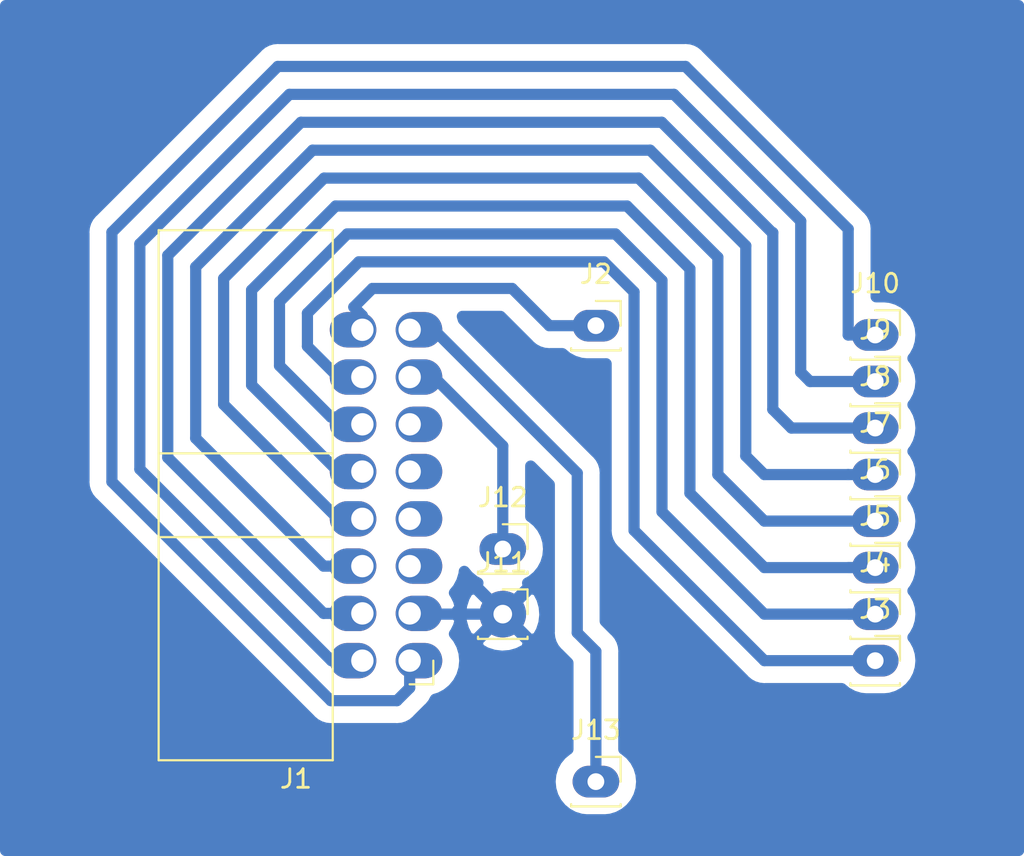
<source format=kicad_pcb>
(kicad_pcb (version 20171130) (host pcbnew "(5.1.2)-2")

  (general
    (thickness 1.6)
    (drawings 0)
    (tracks 98)
    (zones 0)
    (modules 13)
    (nets 17)
  )

  (page A4)
  (layers
    (0 F.Cu signal)
    (31 B.Cu signal)
    (32 B.Adhes user)
    (33 F.Adhes user)
    (34 B.Paste user)
    (35 F.Paste user)
    (36 B.SilkS user)
    (37 F.SilkS user)
    (38 B.Mask user)
    (39 F.Mask user)
    (40 Dwgs.User user)
    (41 Cmts.User user)
    (42 Eco1.User user)
    (43 Eco2.User user)
    (44 Edge.Cuts user)
    (45 Margin user)
    (46 B.CrtYd user)
    (47 F.CrtYd user)
    (48 B.Fab user)
    (49 F.Fab user)
  )

  (setup
    (last_trace_width 0.25)
    (trace_clearance 0.2)
    (zone_clearance 0.508)
    (zone_45_only no)
    (trace_min 0.2)
    (via_size 0.8)
    (via_drill 0.4)
    (via_min_size 0.4)
    (via_min_drill 0.3)
    (uvia_size 0.3)
    (uvia_drill 0.1)
    (uvias_allowed no)
    (uvia_min_size 0.2)
    (uvia_min_drill 0.1)
    (edge_width 0.1)
    (segment_width 0.2)
    (pcb_text_width 0.3)
    (pcb_text_size 1.5 1.5)
    (mod_edge_width 0.15)
    (mod_text_size 1 1)
    (mod_text_width 0.15)
    (pad_size 2.5 1.7)
    (pad_drill 0.9)
    (pad_to_mask_clearance 0)
    (aux_axis_origin 0 0)
    (visible_elements FFFFFF7F)
    (pcbplotparams
      (layerselection 0x010fc_ffffffff)
      (usegerberextensions false)
      (usegerberattributes false)
      (usegerberadvancedattributes false)
      (creategerberjobfile false)
      (excludeedgelayer true)
      (linewidth 0.100000)
      (plotframeref false)
      (viasonmask false)
      (mode 1)
      (useauxorigin false)
      (hpglpennumber 1)
      (hpglpenspeed 20)
      (hpglpendiameter 15.000000)
      (psnegative false)
      (psa4output false)
      (plotreference true)
      (plotvalue true)
      (plotinvisibletext false)
      (padsonsilk false)
      (subtractmaskfromsilk false)
      (outputformat 1)
      (mirror false)
      (drillshape 1)
      (scaleselection 1)
      (outputdirectory ""))
  )

  (net 0 "")
  (net 1 Sensor8)
  (net 2 Sensor7)
  (net 3 GND)
  (net 4 Sensor6)
  (net 5 "Net-(J1-Pad5)")
  (net 6 Sensor5)
  (net 7 "Net-(J1-Pad7)")
  (net 8 Sensor4)
  (net 9 "Net-(J1-Pad9)")
  (net 10 Sensor3)
  (net 11 "Net-(J1-Pad11)")
  (net 12 Sensor2)
  (net 13 VccSensores)
  (net 14 Sensor1)
  (net 15 SensorDir)
  (net 16 SensorEsq)

  (net_class Default "Esta é a classe de rede padrão."
    (clearance 0.2)
    (trace_width 0.25)
    (via_dia 0.8)
    (via_drill 0.4)
    (uvia_dia 0.3)
    (uvia_drill 0.1)
  )

  (net_class UV ""
    (clearance 0.9)
    (trace_width 0.6)
    (via_dia 1.5)
    (via_drill 0.9)
    (uvia_dia 0.3)
    (uvia_drill 0.1)
    (add_net GND)
    (add_net "Net-(J1-Pad11)")
    (add_net "Net-(J1-Pad5)")
    (add_net "Net-(J1-Pad7)")
    (add_net "Net-(J1-Pad9)")
    (add_net Sensor1)
    (add_net Sensor2)
    (add_net Sensor3)
    (add_net Sensor4)
    (add_net Sensor5)
    (add_net Sensor6)
    (add_net Sensor7)
    (add_net Sensor8)
    (add_net SensorDir)
    (add_net SensorEsq)
    (add_net VccSensores)
  )

  (module Connector_IDC:IDC-Header_2x08_P2.54mm_Horizontal (layer F.Cu) (tedit 5D67E875) (tstamp 5D684120)
    (at 45 48.5 180)
    (descr "Through hole angled IDC box header, 2x08, 2.54mm pitch, double rows")
    (tags "Through hole IDC box header THT 2x08 2.54mm double row")
    (path /5D67E687)
    (fp_text reference J1 (at 6.105 -6.35) (layer F.SilkS)
      (effects (font (size 1 1) (thickness 0.15)))
    )
    (fp_text value Conn_02x08_Odd_Even (at 6.105 24.384) (layer F.Fab)
      (effects (font (size 1 1) (thickness 0.15)))
    )
    (fp_text user %R (at 8.805 8.89 90) (layer F.Fab)
      (effects (font (size 1 1) (thickness 0.15)))
    )
    (fp_line (start -0.32 -0.32) (end -0.32 0.32) (layer F.Fab) (width 0.1))
    (fp_line (start -0.32 0.32) (end 4.38 0.32) (layer F.Fab) (width 0.1))
    (fp_line (start -0.32 10.48) (end 4.38 10.48) (layer F.Fab) (width 0.1))
    (fp_line (start -0.32 12.38) (end -0.32 13.02) (layer F.Fab) (width 0.1))
    (fp_line (start -0.32 13.02) (end 4.38 13.02) (layer F.Fab) (width 0.1))
    (fp_line (start -0.32 14.92) (end -0.32 15.56) (layer F.Fab) (width 0.1))
    (fp_line (start -0.32 15.56) (end 4.38 15.56) (layer F.Fab) (width 0.1))
    (fp_line (start -0.32 17.46) (end -0.32 18.1) (layer F.Fab) (width 0.1))
    (fp_line (start -0.32 18.1) (end 4.38 18.1) (layer F.Fab) (width 0.1))
    (fp_line (start -0.32 2.22) (end -0.32 2.86) (layer F.Fab) (width 0.1))
    (fp_line (start -0.32 2.86) (end 4.38 2.86) (layer F.Fab) (width 0.1))
    (fp_line (start -0.32 4.76) (end -0.32 5.4) (layer F.Fab) (width 0.1))
    (fp_line (start -0.32 5.4) (end 4.38 5.4) (layer F.Fab) (width 0.1))
    (fp_line (start -0.32 7.3) (end -0.32 7.94) (layer F.Fab) (width 0.1))
    (fp_line (start -0.32 7.94) (end 4.38 7.94) (layer F.Fab) (width 0.1))
    (fp_line (start -0.32 9.84) (end -0.32 10.48) (layer F.Fab) (width 0.1))
    (fp_line (start 13.23 22.88) (end 13.23 -5.1) (layer F.Fab) (width 0.1))
    (fp_line (start 4.38 -0.32) (end -0.32 -0.32) (layer F.Fab) (width 0.1))
    (fp_line (start 4.38 -4.1) (end 5.38 -5.1) (layer F.Fab) (width 0.1))
    (fp_line (start 4.38 11.14) (end 13.23 11.14) (layer F.Fab) (width 0.1))
    (fp_line (start 4.38 12.38) (end -0.32 12.38) (layer F.Fab) (width 0.1))
    (fp_line (start 4.38 14.92) (end -0.32 14.92) (layer F.Fab) (width 0.1))
    (fp_line (start 4.38 17.46) (end -0.32 17.46) (layer F.Fab) (width 0.1))
    (fp_line (start 4.38 2.22) (end -0.32 2.22) (layer F.Fab) (width 0.1))
    (fp_line (start 4.38 22.88) (end 13.23 22.88) (layer F.Fab) (width 0.1))
    (fp_line (start 4.38 22.88) (end 4.38 -4.1) (layer F.Fab) (width 0.1))
    (fp_line (start 4.38 4.76) (end -0.32 4.76) (layer F.Fab) (width 0.1))
    (fp_line (start 4.38 6.64) (end 13.23 6.64) (layer F.Fab) (width 0.1))
    (fp_line (start 4.38 7.3) (end -0.32 7.3) (layer F.Fab) (width 0.1))
    (fp_line (start 4.38 9.84) (end -0.32 9.84) (layer F.Fab) (width 0.1))
    (fp_line (start 5.38 -5.1) (end 13.23 -5.1) (layer F.Fab) (width 0.1))
    (fp_line (start -1.27 -1.27) (end -1.27 0) (layer F.SilkS) (width 0.12))
    (fp_line (start 0 -1.27) (end -1.27 -1.27) (layer F.SilkS) (width 0.12))
    (fp_line (start 13.48 -5.35) (end 13.48 23.13) (layer F.SilkS) (width 0.12))
    (fp_line (start 4.13 -5.35) (end 13.48 -5.35) (layer F.SilkS) (width 0.12))
    (fp_line (start 4.13 11.14) (end 13.48 11.14) (layer F.SilkS) (width 0.12))
    (fp_line (start 4.13 23.13) (end 13.48 23.13) (layer F.SilkS) (width 0.12))
    (fp_line (start 4.13 23.13) (end 4.13 -5.35) (layer F.SilkS) (width 0.12))
    (fp_line (start 4.13 6.64) (end 13.48 6.64) (layer F.SilkS) (width 0.12))
    (fp_line (start -1.12 -5.35) (end 13.48 -5.35) (layer F.CrtYd) (width 0.05))
    (fp_line (start -1.12 23.13) (end -1.12 -5.35) (layer F.CrtYd) (width 0.05))
    (fp_line (start 13.48 -5.35) (end 13.48 23.13) (layer F.CrtYd) (width 0.05))
    (fp_line (start 13.48 23.13) (end -1.12 23.13) (layer F.CrtYd) (width 0.05))
    (pad 1 thru_hole oval (at 0 0 180) (size 2.5 1.9) (drill 1.2 (offset -0.5 0)) (layers *.Cu *.Mask)
      (net 1 Sensor8))
    (pad 2 thru_hole oval (at 2.54 0 180) (size 2.5 1.9) (drill 1.2 (offset 0.5 0)) (layers *.Cu *.Mask)
      (net 2 Sensor7))
    (pad 3 thru_hole oval (at 0 2.54 180) (size 2.5 1.9) (drill 1.2 (offset -0.5 0)) (layers *.Cu *.Mask)
      (net 3 GND))
    (pad 4 thru_hole oval (at 2.54 2.54 180) (size 2.5 1.9) (drill 1.2 (offset 0.5 0)) (layers *.Cu *.Mask)
      (net 4 Sensor6))
    (pad 5 thru_hole oval (at 0 5.08 180) (size 2.5 1.9) (drill 1.2 (offset -0.5 0)) (layers *.Cu *.Mask)
      (net 5 "Net-(J1-Pad5)"))
    (pad 6 thru_hole oval (at 2.54 5.08 180) (size 2.5 1.9) (drill 1.2 (offset 0.5 0)) (layers *.Cu *.Mask)
      (net 6 Sensor5))
    (pad 7 thru_hole oval (at 0 7.62 180) (size 2.5 1.9) (drill 1.2 (offset -0.5 0)) (layers *.Cu *.Mask)
      (net 7 "Net-(J1-Pad7)"))
    (pad 8 thru_hole oval (at 2.54 7.62 180) (size 2.5 1.9) (drill 1.2 (offset 0.5 0)) (layers *.Cu *.Mask)
      (net 8 Sensor4))
    (pad 9 thru_hole oval (at 0 10.16 180) (size 2.5 1.9) (drill 1.2 (offset -0.5 0)) (layers *.Cu *.Mask)
      (net 9 "Net-(J1-Pad9)"))
    (pad 10 thru_hole oval (at 2.54 10.16 180) (size 2.5 1.9) (drill 1.2 (offset 0.5 0)) (layers *.Cu *.Mask)
      (net 10 Sensor3))
    (pad 11 thru_hole oval (at 0 12.7 180) (size 2.5 1.9) (drill 1.2 (offset -0.5 0)) (layers *.Cu *.Mask)
      (net 11 "Net-(J1-Pad11)"))
    (pad 12 thru_hole oval (at 2.54 12.7 180) (size 2.5 1.9) (drill 1.2 (offset 0.5 0)) (layers *.Cu *.Mask)
      (net 12 Sensor2))
    (pad 13 thru_hole oval (at 0 15.24 180) (size 2.5 1.9) (drill 1.2 (offset -0.5 0)) (layers *.Cu *.Mask)
      (net 13 VccSensores))
    (pad 14 thru_hole oval (at 2.54 15.24 180) (size 2.5 1.9) (drill 1.2 (offset 0.5 0)) (layers *.Cu *.Mask)
      (net 14 Sensor1))
    (pad 15 thru_hole oval (at 0 17.78 180) (size 2.5 1.9) (drill 1.2 (offset -0.5 0)) (layers *.Cu *.Mask)
      (net 15 SensorDir))
    (pad 16 thru_hole oval (at 2.54 17.78 180) (size 2.5 1.9) (drill 1.2 (offset 0.5 0)) (layers *.Cu *.Mask)
      (net 16 SensorEsq))
    (model ${KISYS3DMOD}/Connector_IDC.3dshapes/IDC-Header_2x08_P2.54mm_Horizontal.wrl
      (at (xyz 0 0 0))
      (scale (xyz 1 1 1))
      (rotate (xyz 0 0 0))
    )
  )

  (module Connector_PinSocket_2.54mm:PinSocket_1x01_P2.54mm_Vertical (layer F.Cu) (tedit 5A19A434) (tstamp 5D684134)
    (at 55 30.5)
    (descr "Through hole straight socket strip, 1x01, 2.54mm pitch, single row (from Kicad 4.0.7), script generated")
    (tags "Through hole socket strip THT 1x01 2.54mm single row")
    (path /5D682220)
    (fp_text reference J2 (at 0 -2.77) (layer F.SilkS)
      (effects (font (size 1 1) (thickness 0.15)))
    )
    (fp_text value Conn_01x01_Female (at 0 2.77) (layer F.Fab)
      (effects (font (size 1 1) (thickness 0.15)))
    )
    (fp_line (start -1.27 -1.27) (end 0.635 -1.27) (layer F.Fab) (width 0.1))
    (fp_line (start 0.635 -1.27) (end 1.27 -0.635) (layer F.Fab) (width 0.1))
    (fp_line (start 1.27 -0.635) (end 1.27 1.27) (layer F.Fab) (width 0.1))
    (fp_line (start 1.27 1.27) (end -1.27 1.27) (layer F.Fab) (width 0.1))
    (fp_line (start -1.27 1.27) (end -1.27 -1.27) (layer F.Fab) (width 0.1))
    (fp_line (start -1.33 1.33) (end 1.33 1.33) (layer F.SilkS) (width 0.12))
    (fp_line (start -1.33 1.21) (end -1.33 1.33) (layer F.SilkS) (width 0.12))
    (fp_line (start 1.33 1.21) (end 1.33 1.33) (layer F.SilkS) (width 0.12))
    (fp_line (start 1.33 -1.33) (end 1.33 0) (layer F.SilkS) (width 0.12))
    (fp_line (start 0 -1.33) (end 1.33 -1.33) (layer F.SilkS) (width 0.12))
    (fp_line (start -1.8 -1.8) (end 1.75 -1.8) (layer F.CrtYd) (width 0.05))
    (fp_line (start 1.75 -1.8) (end 1.75 1.75) (layer F.CrtYd) (width 0.05))
    (fp_line (start 1.75 1.75) (end -1.8 1.75) (layer F.CrtYd) (width 0.05))
    (fp_line (start -1.8 1.75) (end -1.8 -1.8) (layer F.CrtYd) (width 0.05))
    (fp_text user %R (at 0 0) (layer F.Fab)
      (effects (font (size 1 1) (thickness 0.15)))
    )
    (pad 1 thru_hole oval (at 0 0) (size 2.5 1.7) (drill 0.9) (layers *.Cu *.Mask)
      (net 16 SensorEsq))
    (model ${KISYS3DMOD}/Connector_PinSocket_2.54mm.3dshapes/PinSocket_1x01_P2.54mm_Vertical.wrl
      (at (xyz 0 0 0))
      (scale (xyz 1 1 1))
      (rotate (xyz 0 0 0))
    )
  )

  (module Connector_PinSocket_2.54mm:PinSocket_1x01_P2.54mm_Vertical (layer F.Cu) (tedit 5A19A434) (tstamp 5D684A3C)
    (at 70 48.5)
    (descr "Through hole straight socket strip, 1x01, 2.54mm pitch, single row (from Kicad 4.0.7), script generated")
    (tags "Through hole socket strip THT 1x01 2.54mm single row")
    (path /5D68355F)
    (fp_text reference J3 (at 0 -2.77) (layer F.SilkS)
      (effects (font (size 1 1) (thickness 0.15)))
    )
    (fp_text value Conn_01x01_Female (at 0 2.77) (layer F.Fab)
      (effects (font (size 1 1) (thickness 0.15)))
    )
    (fp_text user %R (at 0 0) (layer F.Fab)
      (effects (font (size 1 1) (thickness 0.15)))
    )
    (fp_line (start -1.8 1.75) (end -1.8 -1.8) (layer F.CrtYd) (width 0.05))
    (fp_line (start 1.75 1.75) (end -1.8 1.75) (layer F.CrtYd) (width 0.05))
    (fp_line (start 1.75 -1.8) (end 1.75 1.75) (layer F.CrtYd) (width 0.05))
    (fp_line (start -1.8 -1.8) (end 1.75 -1.8) (layer F.CrtYd) (width 0.05))
    (fp_line (start 0 -1.33) (end 1.33 -1.33) (layer F.SilkS) (width 0.12))
    (fp_line (start 1.33 -1.33) (end 1.33 0) (layer F.SilkS) (width 0.12))
    (fp_line (start 1.33 1.21) (end 1.33 1.33) (layer F.SilkS) (width 0.12))
    (fp_line (start -1.33 1.21) (end -1.33 1.33) (layer F.SilkS) (width 0.12))
    (fp_line (start -1.33 1.33) (end 1.33 1.33) (layer F.SilkS) (width 0.12))
    (fp_line (start -1.27 1.27) (end -1.27 -1.27) (layer F.Fab) (width 0.1))
    (fp_line (start 1.27 1.27) (end -1.27 1.27) (layer F.Fab) (width 0.1))
    (fp_line (start 1.27 -0.635) (end 1.27 1.27) (layer F.Fab) (width 0.1))
    (fp_line (start 0.635 -1.27) (end 1.27 -0.635) (layer F.Fab) (width 0.1))
    (fp_line (start -1.27 -1.27) (end 0.635 -1.27) (layer F.Fab) (width 0.1))
    (pad 1 thru_hole oval (at 0 0) (size 2.5 1.7) (drill 0.9) (layers *.Cu *.Mask)
      (net 14 Sensor1))
    (model ${KISYS3DMOD}/Connector_PinSocket_2.54mm.3dshapes/PinSocket_1x01_P2.54mm_Vertical.wrl
      (at (xyz 0 0 0))
      (scale (xyz 1 1 1))
      (rotate (xyz 0 0 0))
    )
  )

  (module Connector_PinSocket_2.54mm:PinSocket_1x01_P2.54mm_Vertical (layer F.Cu) (tedit 5A19A434) (tstamp 5D68415C)
    (at 70 46)
    (descr "Through hole straight socket strip, 1x01, 2.54mm pitch, single row (from Kicad 4.0.7), script generated")
    (tags "Through hole socket strip THT 1x01 2.54mm single row")
    (path /5D684C05)
    (fp_text reference J4 (at 0 -2.77) (layer F.SilkS)
      (effects (font (size 1 1) (thickness 0.15)))
    )
    (fp_text value Conn_01x01_Female (at 0 2.77) (layer F.Fab)
      (effects (font (size 1 1) (thickness 0.15)))
    )
    (fp_line (start -1.27 -1.27) (end 0.635 -1.27) (layer F.Fab) (width 0.1))
    (fp_line (start 0.635 -1.27) (end 1.27 -0.635) (layer F.Fab) (width 0.1))
    (fp_line (start 1.27 -0.635) (end 1.27 1.27) (layer F.Fab) (width 0.1))
    (fp_line (start 1.27 1.27) (end -1.27 1.27) (layer F.Fab) (width 0.1))
    (fp_line (start -1.27 1.27) (end -1.27 -1.27) (layer F.Fab) (width 0.1))
    (fp_line (start -1.33 1.33) (end 1.33 1.33) (layer F.SilkS) (width 0.12))
    (fp_line (start -1.33 1.21) (end -1.33 1.33) (layer F.SilkS) (width 0.12))
    (fp_line (start 1.33 1.21) (end 1.33 1.33) (layer F.SilkS) (width 0.12))
    (fp_line (start 1.33 -1.33) (end 1.33 0) (layer F.SilkS) (width 0.12))
    (fp_line (start 0 -1.33) (end 1.33 -1.33) (layer F.SilkS) (width 0.12))
    (fp_line (start -1.8 -1.8) (end 1.75 -1.8) (layer F.CrtYd) (width 0.05))
    (fp_line (start 1.75 -1.8) (end 1.75 1.75) (layer F.CrtYd) (width 0.05))
    (fp_line (start 1.75 1.75) (end -1.8 1.75) (layer F.CrtYd) (width 0.05))
    (fp_line (start -1.8 1.75) (end -1.8 -1.8) (layer F.CrtYd) (width 0.05))
    (fp_text user %R (at 0 0) (layer F.Fab)
      (effects (font (size 1 1) (thickness 0.15)))
    )
    (pad 1 thru_hole oval (at 0 0) (size 2.5 1.7) (drill 0.9) (layers *.Cu *.Mask)
      (net 12 Sensor2))
    (model ${KISYS3DMOD}/Connector_PinSocket_2.54mm.3dshapes/PinSocket_1x01_P2.54mm_Vertical.wrl
      (at (xyz 0 0 0))
      (scale (xyz 1 1 1))
      (rotate (xyz 0 0 0))
    )
  )

  (module Connector_PinSocket_2.54mm:PinSocket_1x01_P2.54mm_Vertical (layer F.Cu) (tedit 5D67EAD4) (tstamp 5D684170)
    (at 70 43.5)
    (descr "Through hole straight socket strip, 1x01, 2.54mm pitch, single row (from Kicad 4.0.7), script generated")
    (tags "Through hole socket strip THT 1x01 2.54mm single row")
    (path /5D684C0B)
    (fp_text reference J5 (at 0 -2.77) (layer F.SilkS)
      (effects (font (size 1 1) (thickness 0.15)))
    )
    (fp_text value Conn_01x01_Female (at 0 2.77) (layer F.Fab)
      (effects (font (size 1 1) (thickness 0.15)))
    )
    (fp_text user %R (at 0 0) (layer F.Fab)
      (effects (font (size 1 1) (thickness 0.15)))
    )
    (fp_line (start -1.8 1.75) (end -1.8 -1.8) (layer F.CrtYd) (width 0.05))
    (fp_line (start 1.75 1.75) (end -1.8 1.75) (layer F.CrtYd) (width 0.05))
    (fp_line (start 1.75 -1.8) (end 1.75 1.75) (layer F.CrtYd) (width 0.05))
    (fp_line (start -1.8 -1.8) (end 1.75 -1.8) (layer F.CrtYd) (width 0.05))
    (fp_line (start 0 -1.33) (end 1.33 -1.33) (layer F.SilkS) (width 0.12))
    (fp_line (start 1.33 -1.33) (end 1.33 0) (layer F.SilkS) (width 0.12))
    (fp_line (start 1.33 1.21) (end 1.33 1.33) (layer F.SilkS) (width 0.12))
    (fp_line (start -1.33 1.21) (end -1.33 1.33) (layer F.SilkS) (width 0.12))
    (fp_line (start -1.33 1.33) (end 1.33 1.33) (layer F.SilkS) (width 0.12))
    (fp_line (start -1.27 1.27) (end -1.27 -1.27) (layer F.Fab) (width 0.1))
    (fp_line (start 1.27 1.27) (end -1.27 1.27) (layer F.Fab) (width 0.1))
    (fp_line (start 1.27 -0.635) (end 1.27 1.27) (layer F.Fab) (width 0.1))
    (fp_line (start 0.635 -1.27) (end 1.27 -0.635) (layer F.Fab) (width 0.1))
    (fp_line (start -1.27 -1.27) (end 0.635 -1.27) (layer F.Fab) (width 0.1))
    (pad 1 thru_hole oval (at 0 0) (size 2.5 1.7) (drill 0.9) (layers *.Cu *.Mask)
      (net 10 Sensor3))
    (model ${KISYS3DMOD}/Connector_PinSocket_2.54mm.3dshapes/PinSocket_1x01_P2.54mm_Vertical.wrl
      (at (xyz 0 0 0))
      (scale (xyz 1 1 1))
      (rotate (xyz 0 0 0))
    )
  )

  (module Connector_PinSocket_2.54mm:PinSocket_1x01_P2.54mm_Vertical (layer F.Cu) (tedit 5A19A434) (tstamp 5D684184)
    (at 70 41)
    (descr "Through hole straight socket strip, 1x01, 2.54mm pitch, single row (from Kicad 4.0.7), script generated")
    (tags "Through hole socket strip THT 1x01 2.54mm single row")
    (path /5D685D66)
    (fp_text reference J6 (at 0 -2.77) (layer F.SilkS)
      (effects (font (size 1 1) (thickness 0.15)))
    )
    (fp_text value Conn_01x01_Female (at 0 2.77) (layer F.Fab)
      (effects (font (size 1 1) (thickness 0.15)))
    )
    (fp_line (start -1.27 -1.27) (end 0.635 -1.27) (layer F.Fab) (width 0.1))
    (fp_line (start 0.635 -1.27) (end 1.27 -0.635) (layer F.Fab) (width 0.1))
    (fp_line (start 1.27 -0.635) (end 1.27 1.27) (layer F.Fab) (width 0.1))
    (fp_line (start 1.27 1.27) (end -1.27 1.27) (layer F.Fab) (width 0.1))
    (fp_line (start -1.27 1.27) (end -1.27 -1.27) (layer F.Fab) (width 0.1))
    (fp_line (start -1.33 1.33) (end 1.33 1.33) (layer F.SilkS) (width 0.12))
    (fp_line (start -1.33 1.21) (end -1.33 1.33) (layer F.SilkS) (width 0.12))
    (fp_line (start 1.33 1.21) (end 1.33 1.33) (layer F.SilkS) (width 0.12))
    (fp_line (start 1.33 -1.33) (end 1.33 0) (layer F.SilkS) (width 0.12))
    (fp_line (start 0 -1.33) (end 1.33 -1.33) (layer F.SilkS) (width 0.12))
    (fp_line (start -1.8 -1.8) (end 1.75 -1.8) (layer F.CrtYd) (width 0.05))
    (fp_line (start 1.75 -1.8) (end 1.75 1.75) (layer F.CrtYd) (width 0.05))
    (fp_line (start 1.75 1.75) (end -1.8 1.75) (layer F.CrtYd) (width 0.05))
    (fp_line (start -1.8 1.75) (end -1.8 -1.8) (layer F.CrtYd) (width 0.05))
    (fp_text user %R (at 0 0) (layer F.Fab)
      (effects (font (size 1 1) (thickness 0.15)))
    )
    (pad 1 thru_hole oval (at 0 0) (size 2.5 1.7) (drill 0.9) (layers *.Cu *.Mask)
      (net 8 Sensor4))
    (model ${KISYS3DMOD}/Connector_PinSocket_2.54mm.3dshapes/PinSocket_1x01_P2.54mm_Vertical.wrl
      (at (xyz 0 0 0))
      (scale (xyz 1 1 1))
      (rotate (xyz 0 0 0))
    )
  )

  (module Connector_PinSocket_2.54mm:PinSocket_1x01_P2.54mm_Vertical (layer F.Cu) (tedit 5A19A434) (tstamp 5D684198)
    (at 70 38.5)
    (descr "Through hole straight socket strip, 1x01, 2.54mm pitch, single row (from Kicad 4.0.7), script generated")
    (tags "Through hole socket strip THT 1x01 2.54mm single row")
    (path /5D685D6C)
    (fp_text reference J7 (at 0 -2.77) (layer F.SilkS)
      (effects (font (size 1 1) (thickness 0.15)))
    )
    (fp_text value Conn_01x01_Female (at 0 2.77) (layer F.Fab)
      (effects (font (size 1 1) (thickness 0.15)))
    )
    (fp_text user %R (at 0 0) (layer F.Fab)
      (effects (font (size 1 1) (thickness 0.15)))
    )
    (fp_line (start -1.8 1.75) (end -1.8 -1.8) (layer F.CrtYd) (width 0.05))
    (fp_line (start 1.75 1.75) (end -1.8 1.75) (layer F.CrtYd) (width 0.05))
    (fp_line (start 1.75 -1.8) (end 1.75 1.75) (layer F.CrtYd) (width 0.05))
    (fp_line (start -1.8 -1.8) (end 1.75 -1.8) (layer F.CrtYd) (width 0.05))
    (fp_line (start 0 -1.33) (end 1.33 -1.33) (layer F.SilkS) (width 0.12))
    (fp_line (start 1.33 -1.33) (end 1.33 0) (layer F.SilkS) (width 0.12))
    (fp_line (start 1.33 1.21) (end 1.33 1.33) (layer F.SilkS) (width 0.12))
    (fp_line (start -1.33 1.21) (end -1.33 1.33) (layer F.SilkS) (width 0.12))
    (fp_line (start -1.33 1.33) (end 1.33 1.33) (layer F.SilkS) (width 0.12))
    (fp_line (start -1.27 1.27) (end -1.27 -1.27) (layer F.Fab) (width 0.1))
    (fp_line (start 1.27 1.27) (end -1.27 1.27) (layer F.Fab) (width 0.1))
    (fp_line (start 1.27 -0.635) (end 1.27 1.27) (layer F.Fab) (width 0.1))
    (fp_line (start 0.635 -1.27) (end 1.27 -0.635) (layer F.Fab) (width 0.1))
    (fp_line (start -1.27 -1.27) (end 0.635 -1.27) (layer F.Fab) (width 0.1))
    (pad 1 thru_hole oval (at 0 0) (size 2.5 1.7) (drill 0.9) (layers *.Cu *.Mask)
      (net 6 Sensor5))
    (model ${KISYS3DMOD}/Connector_PinSocket_2.54mm.3dshapes/PinSocket_1x01_P2.54mm_Vertical.wrl
      (at (xyz 0 0 0))
      (scale (xyz 1 1 1))
      (rotate (xyz 0 0 0))
    )
  )

  (module Connector_PinSocket_2.54mm:PinSocket_1x01_P2.54mm_Vertical (layer F.Cu) (tedit 5A19A434) (tstamp 5D6841AC)
    (at 70 36)
    (descr "Through hole straight socket strip, 1x01, 2.54mm pitch, single row (from Kicad 4.0.7), script generated")
    (tags "Through hole socket strip THT 1x01 2.54mm single row")
    (path /5D685D72)
    (fp_text reference J8 (at 0 -2.77) (layer F.SilkS)
      (effects (font (size 1 1) (thickness 0.15)))
    )
    (fp_text value Conn_01x01_Female (at 0 2.77) (layer F.Fab)
      (effects (font (size 1 1) (thickness 0.15)))
    )
    (fp_line (start -1.27 -1.27) (end 0.635 -1.27) (layer F.Fab) (width 0.1))
    (fp_line (start 0.635 -1.27) (end 1.27 -0.635) (layer F.Fab) (width 0.1))
    (fp_line (start 1.27 -0.635) (end 1.27 1.27) (layer F.Fab) (width 0.1))
    (fp_line (start 1.27 1.27) (end -1.27 1.27) (layer F.Fab) (width 0.1))
    (fp_line (start -1.27 1.27) (end -1.27 -1.27) (layer F.Fab) (width 0.1))
    (fp_line (start -1.33 1.33) (end 1.33 1.33) (layer F.SilkS) (width 0.12))
    (fp_line (start -1.33 1.21) (end -1.33 1.33) (layer F.SilkS) (width 0.12))
    (fp_line (start 1.33 1.21) (end 1.33 1.33) (layer F.SilkS) (width 0.12))
    (fp_line (start 1.33 -1.33) (end 1.33 0) (layer F.SilkS) (width 0.12))
    (fp_line (start 0 -1.33) (end 1.33 -1.33) (layer F.SilkS) (width 0.12))
    (fp_line (start -1.8 -1.8) (end 1.75 -1.8) (layer F.CrtYd) (width 0.05))
    (fp_line (start 1.75 -1.8) (end 1.75 1.75) (layer F.CrtYd) (width 0.05))
    (fp_line (start 1.75 1.75) (end -1.8 1.75) (layer F.CrtYd) (width 0.05))
    (fp_line (start -1.8 1.75) (end -1.8 -1.8) (layer F.CrtYd) (width 0.05))
    (fp_text user %R (at 0 0) (layer F.Fab)
      (effects (font (size 1 1) (thickness 0.15)))
    )
    (pad 1 thru_hole oval (at 0 0) (size 2.5 1.7) (drill 0.9) (layers *.Cu *.Mask)
      (net 4 Sensor6))
    (model ${KISYS3DMOD}/Connector_PinSocket_2.54mm.3dshapes/PinSocket_1x01_P2.54mm_Vertical.wrl
      (at (xyz 0 0 0))
      (scale (xyz 1 1 1))
      (rotate (xyz 0 0 0))
    )
  )

  (module Connector_PinSocket_2.54mm:PinSocket_1x01_P2.54mm_Vertical (layer F.Cu) (tedit 5A19A434) (tstamp 5D6841C0)
    (at 70 33.5)
    (descr "Through hole straight socket strip, 1x01, 2.54mm pitch, single row (from Kicad 4.0.7), script generated")
    (tags "Through hole socket strip THT 1x01 2.54mm single row")
    (path /5D685D78)
    (fp_text reference J9 (at 0 -2.77) (layer F.SilkS)
      (effects (font (size 1 1) (thickness 0.15)))
    )
    (fp_text value Conn_01x01_Female (at 0 2.77) (layer F.Fab)
      (effects (font (size 1 1) (thickness 0.15)))
    )
    (fp_text user %R (at 0 0) (layer F.Fab)
      (effects (font (size 1 1) (thickness 0.15)))
    )
    (fp_line (start -1.8 1.75) (end -1.8 -1.8) (layer F.CrtYd) (width 0.05))
    (fp_line (start 1.75 1.75) (end -1.8 1.75) (layer F.CrtYd) (width 0.05))
    (fp_line (start 1.75 -1.8) (end 1.75 1.75) (layer F.CrtYd) (width 0.05))
    (fp_line (start -1.8 -1.8) (end 1.75 -1.8) (layer F.CrtYd) (width 0.05))
    (fp_line (start 0 -1.33) (end 1.33 -1.33) (layer F.SilkS) (width 0.12))
    (fp_line (start 1.33 -1.33) (end 1.33 0) (layer F.SilkS) (width 0.12))
    (fp_line (start 1.33 1.21) (end 1.33 1.33) (layer F.SilkS) (width 0.12))
    (fp_line (start -1.33 1.21) (end -1.33 1.33) (layer F.SilkS) (width 0.12))
    (fp_line (start -1.33 1.33) (end 1.33 1.33) (layer F.SilkS) (width 0.12))
    (fp_line (start -1.27 1.27) (end -1.27 -1.27) (layer F.Fab) (width 0.1))
    (fp_line (start 1.27 1.27) (end -1.27 1.27) (layer F.Fab) (width 0.1))
    (fp_line (start 1.27 -0.635) (end 1.27 1.27) (layer F.Fab) (width 0.1))
    (fp_line (start 0.635 -1.27) (end 1.27 -0.635) (layer F.Fab) (width 0.1))
    (fp_line (start -1.27 -1.27) (end 0.635 -1.27) (layer F.Fab) (width 0.1))
    (pad 1 thru_hole oval (at 0 0) (size 2.5 1.7) (drill 0.9) (layers *.Cu *.Mask)
      (net 2 Sensor7))
    (model ${KISYS3DMOD}/Connector_PinSocket_2.54mm.3dshapes/PinSocket_1x01_P2.54mm_Vertical.wrl
      (at (xyz 0 0 0))
      (scale (xyz 1 1 1))
      (rotate (xyz 0 0 0))
    )
  )

  (module Connector_PinSocket_2.54mm:PinSocket_1x01_P2.54mm_Vertical (layer F.Cu) (tedit 5A19A434) (tstamp 5D684747)
    (at 70 31)
    (descr "Through hole straight socket strip, 1x01, 2.54mm pitch, single row (from Kicad 4.0.7), script generated")
    (tags "Through hole socket strip THT 1x01 2.54mm single row")
    (path /5D6868F5)
    (fp_text reference J10 (at 0 -2.77) (layer F.SilkS)
      (effects (font (size 1 1) (thickness 0.15)))
    )
    (fp_text value Conn_01x01_Female (at 0 2.77) (layer F.Fab)
      (effects (font (size 1 1) (thickness 0.15)))
    )
    (fp_line (start -1.27 -1.27) (end 0.635 -1.27) (layer F.Fab) (width 0.1))
    (fp_line (start 0.635 -1.27) (end 1.27 -0.635) (layer F.Fab) (width 0.1))
    (fp_line (start 1.27 -0.635) (end 1.27 1.27) (layer F.Fab) (width 0.1))
    (fp_line (start 1.27 1.27) (end -1.27 1.27) (layer F.Fab) (width 0.1))
    (fp_line (start -1.27 1.27) (end -1.27 -1.27) (layer F.Fab) (width 0.1))
    (fp_line (start -1.33 1.33) (end 1.33 1.33) (layer F.SilkS) (width 0.12))
    (fp_line (start -1.33 1.21) (end -1.33 1.33) (layer F.SilkS) (width 0.12))
    (fp_line (start 1.33 1.21) (end 1.33 1.33) (layer F.SilkS) (width 0.12))
    (fp_line (start 1.33 -1.33) (end 1.33 0) (layer F.SilkS) (width 0.12))
    (fp_line (start 0 -1.33) (end 1.33 -1.33) (layer F.SilkS) (width 0.12))
    (fp_line (start -1.8 -1.8) (end 1.75 -1.8) (layer F.CrtYd) (width 0.05))
    (fp_line (start 1.75 -1.8) (end 1.75 1.75) (layer F.CrtYd) (width 0.05))
    (fp_line (start 1.75 1.75) (end -1.8 1.75) (layer F.CrtYd) (width 0.05))
    (fp_line (start -1.8 1.75) (end -1.8 -1.8) (layer F.CrtYd) (width 0.05))
    (fp_text user %R (at 0 0) (layer F.Fab)
      (effects (font (size 1 1) (thickness 0.15)))
    )
    (pad 1 thru_hole oval (at 0 0) (size 2.5 1.7) (drill 0.9) (layers *.Cu *.Mask)
      (net 1 Sensor8))
    (model ${KISYS3DMOD}/Connector_PinSocket_2.54mm.3dshapes/PinSocket_1x01_P2.54mm_Vertical.wrl
      (at (xyz 0 0 0))
      (scale (xyz 1 1 1))
      (rotate (xyz 0 0 0))
    )
  )

  (module Connector_PinSocket_2.54mm:PinSocket_1x01_P2.54mm_Vertical (layer F.Cu) (tedit 5D67EB30) (tstamp 5D685620)
    (at 50 46)
    (descr "Through hole straight socket strip, 1x01, 2.54mm pitch, single row (from Kicad 4.0.7), script generated")
    (tags "Through hole socket strip THT 1x01 2.54mm single row")
    (path /5D6868FB)
    (fp_text reference J11 (at 0 -2.77) (layer F.SilkS)
      (effects (font (size 1 1) (thickness 0.15)))
    )
    (fp_text value Conn_01x01_Female (at 0 2.77) (layer F.Fab)
      (effects (font (size 1 1) (thickness 0.15)))
    )
    (fp_text user %R (at 0 0) (layer F.Fab)
      (effects (font (size 1 1) (thickness 0.15)))
    )
    (fp_line (start -1.8 1.75) (end -1.8 -1.8) (layer F.CrtYd) (width 0.05))
    (fp_line (start 1.75 1.75) (end -1.8 1.75) (layer F.CrtYd) (width 0.05))
    (fp_line (start 1.75 -1.8) (end 1.75 1.75) (layer F.CrtYd) (width 0.05))
    (fp_line (start -1.8 -1.8) (end 1.75 -1.8) (layer F.CrtYd) (width 0.05))
    (fp_line (start 0 -1.33) (end 1.33 -1.33) (layer F.SilkS) (width 0.12))
    (fp_line (start 1.33 -1.33) (end 1.33 0) (layer F.SilkS) (width 0.12))
    (fp_line (start 1.33 1.21) (end 1.33 1.33) (layer F.SilkS) (width 0.12))
    (fp_line (start -1.33 1.21) (end -1.33 1.33) (layer F.SilkS) (width 0.12))
    (fp_line (start -1.33 1.33) (end 1.33 1.33) (layer F.SilkS) (width 0.12))
    (fp_line (start -1.27 1.27) (end -1.27 -1.27) (layer F.Fab) (width 0.1))
    (fp_line (start 1.27 1.27) (end -1.27 1.27) (layer F.Fab) (width 0.1))
    (fp_line (start 1.27 -0.635) (end 1.27 1.27) (layer F.Fab) (width 0.1))
    (fp_line (start 0.635 -1.27) (end 1.27 -0.635) (layer F.Fab) (width 0.1))
    (fp_line (start -1.27 -1.27) (end 0.635 -1.27) (layer F.Fab) (width 0.1))
    (pad 1 thru_hole circle (at 0 0) (size 2.5 2.5) (drill 1) (layers *.Cu *.Mask)
      (net 3 GND))
    (model ${KISYS3DMOD}/Connector_PinSocket_2.54mm.3dshapes/PinSocket_1x01_P2.54mm_Vertical.wrl
      (at (xyz 0 0 0))
      (scale (xyz 1 1 1))
      (rotate (xyz 0 0 0))
    )
  )

  (module Connector_PinSocket_2.54mm:PinSocket_1x01_P2.54mm_Vertical (layer F.Cu) (tedit 5A19A434) (tstamp 5D68572F)
    (at 50 42.5)
    (descr "Through hole straight socket strip, 1x01, 2.54mm pitch, single row (from Kicad 4.0.7), script generated")
    (tags "Through hole socket strip THT 1x01 2.54mm single row")
    (path /5D686901)
    (fp_text reference J12 (at 0 -2.77) (layer F.SilkS)
      (effects (font (size 1 1) (thickness 0.15)))
    )
    (fp_text value Conn_01x01_Female (at 0 2.77) (layer F.Fab)
      (effects (font (size 1 1) (thickness 0.15)))
    )
    (fp_line (start -1.27 -1.27) (end 0.635 -1.27) (layer F.Fab) (width 0.1))
    (fp_line (start 0.635 -1.27) (end 1.27 -0.635) (layer F.Fab) (width 0.1))
    (fp_line (start 1.27 -0.635) (end 1.27 1.27) (layer F.Fab) (width 0.1))
    (fp_line (start 1.27 1.27) (end -1.27 1.27) (layer F.Fab) (width 0.1))
    (fp_line (start -1.27 1.27) (end -1.27 -1.27) (layer F.Fab) (width 0.1))
    (fp_line (start -1.33 1.33) (end 1.33 1.33) (layer F.SilkS) (width 0.12))
    (fp_line (start -1.33 1.21) (end -1.33 1.33) (layer F.SilkS) (width 0.12))
    (fp_line (start 1.33 1.21) (end 1.33 1.33) (layer F.SilkS) (width 0.12))
    (fp_line (start 1.33 -1.33) (end 1.33 0) (layer F.SilkS) (width 0.12))
    (fp_line (start 0 -1.33) (end 1.33 -1.33) (layer F.SilkS) (width 0.12))
    (fp_line (start -1.8 -1.8) (end 1.75 -1.8) (layer F.CrtYd) (width 0.05))
    (fp_line (start 1.75 -1.8) (end 1.75 1.75) (layer F.CrtYd) (width 0.05))
    (fp_line (start 1.75 1.75) (end -1.8 1.75) (layer F.CrtYd) (width 0.05))
    (fp_line (start -1.8 1.75) (end -1.8 -1.8) (layer F.CrtYd) (width 0.05))
    (fp_text user %R (at 0 0) (layer F.Fab)
      (effects (font (size 1 1) (thickness 0.15)))
    )
    (pad 1 thru_hole oval (at 0 0) (size 2.5 1.7) (drill 0.9) (layers *.Cu *.Mask)
      (net 13 VccSensores))
    (model ${KISYS3DMOD}/Connector_PinSocket_2.54mm.3dshapes/PinSocket_1x01_P2.54mm_Vertical.wrl
      (at (xyz 0 0 0))
      (scale (xyz 1 1 1))
      (rotate (xyz 0 0 0))
    )
  )

  (module Connector_PinSocket_2.54mm:PinSocket_1x01_P2.54mm_Vertical (layer F.Cu) (tedit 5A19A434) (tstamp 5D685A4E)
    (at 55 55)
    (descr "Through hole straight socket strip, 1x01, 2.54mm pitch, single row (from Kicad 4.0.7), script generated")
    (tags "Through hole socket strip THT 1x01 2.54mm single row")
    (path /5D686907)
    (fp_text reference J13 (at 0 -2.77) (layer F.SilkS)
      (effects (font (size 1 1) (thickness 0.15)))
    )
    (fp_text value Conn_01x01_Female (at 0 2.77) (layer F.Fab)
      (effects (font (size 1 1) (thickness 0.15)))
    )
    (fp_text user %R (at 0 0) (layer F.Fab)
      (effects (font (size 1 1) (thickness 0.15)))
    )
    (fp_line (start -1.8 1.75) (end -1.8 -1.8) (layer F.CrtYd) (width 0.05))
    (fp_line (start 1.75 1.75) (end -1.8 1.75) (layer F.CrtYd) (width 0.05))
    (fp_line (start 1.75 -1.8) (end 1.75 1.75) (layer F.CrtYd) (width 0.05))
    (fp_line (start -1.8 -1.8) (end 1.75 -1.8) (layer F.CrtYd) (width 0.05))
    (fp_line (start 0 -1.33) (end 1.33 -1.33) (layer F.SilkS) (width 0.12))
    (fp_line (start 1.33 -1.33) (end 1.33 0) (layer F.SilkS) (width 0.12))
    (fp_line (start 1.33 1.21) (end 1.33 1.33) (layer F.SilkS) (width 0.12))
    (fp_line (start -1.33 1.21) (end -1.33 1.33) (layer F.SilkS) (width 0.12))
    (fp_line (start -1.33 1.33) (end 1.33 1.33) (layer F.SilkS) (width 0.12))
    (fp_line (start -1.27 1.27) (end -1.27 -1.27) (layer F.Fab) (width 0.1))
    (fp_line (start 1.27 1.27) (end -1.27 1.27) (layer F.Fab) (width 0.1))
    (fp_line (start 1.27 -0.635) (end 1.27 1.27) (layer F.Fab) (width 0.1))
    (fp_line (start 0.635 -1.27) (end 1.27 -0.635) (layer F.Fab) (width 0.1))
    (fp_line (start -1.27 -1.27) (end 0.635 -1.27) (layer F.Fab) (width 0.1))
    (pad 1 thru_hole oval (at 0 0) (size 2.5 1.7) (drill 0.9) (layers *.Cu *.Mask)
      (net 15 SensorDir))
    (model ${KISYS3DMOD}/Connector_PinSocket_2.54mm.3dshapes/PinSocket_1x01_P2.54mm_Vertical.wrl
      (at (xyz 0 0 0))
      (scale (xyz 1 1 1))
      (rotate (xyz 0 0 0))
    )
  )

  (segment (start 70 31) (end 68.55 31) (width 0.6) (layer B.Cu) (net 1))
  (segment (start 45 49.9636) (end 45 48.5) (width 0.6) (layer B.Cu) (net 1))
  (segment (start 44.31359 50.65001) (end 45 49.9636) (width 0.6) (layer B.Cu) (net 1))
  (segment (start 29.009921 38.890494) (end 40.769437 50.65001) (width 0.6) (layer B.Cu) (net 1))
  (segment (start 29.009921 25.48017) (end 29.009921 38.890494) (width 0.6) (layer B.Cu) (net 1))
  (segment (start 37.920172 16.569917) (end 29.009921 25.48017) (width 0.6) (layer B.Cu) (net 1))
  (segment (start 40.769437 50.65001) (end 44.31359 50.65001) (width 0.6) (layer B.Cu) (net 1))
  (segment (start 59.812584 16.569916) (end 37.920172 16.569917) (width 0.6) (layer B.Cu) (net 1))
  (segment (start 68.55 25.307332) (end 59.812584 16.569916) (width 0.6) (layer B.Cu) (net 1))
  (segment (start 68.55 31) (end 68.55 25.307332) (width 0.6) (layer B.Cu) (net 1))
  (segment (start 70 33.5) (end 66.5 33.5) (width 0.6) (layer B.Cu) (net 2))
  (segment (start 66.5 33.5) (end 66.00001 33.00001) (width 0.6) (layer B.Cu) (net 2))
  (segment (start 40.798113 48.5) (end 42.46 48.5) (width 0.6) (layer B.Cu) (net 2))
  (segment (start 30.509931 38.211818) (end 40.798113 48.5) (width 0.6) (layer B.Cu) (net 2))
  (segment (start 30.50993 26.101493) (end 30.509931 38.211818) (width 0.6) (layer B.Cu) (net 2))
  (segment (start 38.541497 18.069926) (end 30.50993 26.101493) (width 0.6) (layer B.Cu) (net 2))
  (segment (start 59.19126 18.069926) (end 38.541497 18.069926) (width 0.6) (layer B.Cu) (net 2))
  (segment (start 66.00001 24.878676) (end 59.19126 18.069926) (width 0.6) (layer B.Cu) (net 2))
  (segment (start 66.00001 33.00001) (end 66.00001 24.878676) (width 0.6) (layer B.Cu) (net 2))
  (segment (start 45.04 46) (end 45 45.96) (width 0.6) (layer B.Cu) (net 3))
  (segment (start 50 46) (end 45.04 46) (width 0.6) (layer B.Cu) (net 3))
  (segment (start 42.46 45.96) (end 41.159427 45.96) (width 0.6) (layer B.Cu) (net 4))
  (segment (start 41.159427 45.96) (end 41.119427 46) (width 0.6) (layer B.Cu) (net 4))
  (segment (start 40.379447 45.96) (end 42.46 45.96) (width 0.6) (layer B.Cu) (net 4))
  (segment (start 32.00994 26.722817) (end 32.00994 37.590493) (width 0.6) (layer B.Cu) (net 4))
  (segment (start 39.162822 19.569935) (end 32.00994 26.722817) (width 0.6) (layer B.Cu) (net 4))
  (segment (start 64.466668 25.5) (end 58.536602 19.569934) (width 0.6) (layer B.Cu) (net 4))
  (segment (start 64.5 25.5) (end 64.466668 25.5) (width 0.6) (layer B.Cu) (net 4))
  (segment (start 64.5 35) (end 64.5 25.5) (width 0.6) (layer B.Cu) (net 4))
  (segment (start 32.00994 37.590493) (end 40.379447 45.96) (width 0.6) (layer B.Cu) (net 4))
  (segment (start 65.5 36) (end 64.5 35) (width 0.6) (layer B.Cu) (net 4))
  (segment (start 58.536602 19.569934) (end 39.162822 19.569935) (width 0.6) (layer B.Cu) (net 4))
  (segment (start 70 36) (end 65.5 36) (width 0.6) (layer B.Cu) (net 4))
  (segment (start 40.379447 43.42) (end 42.46 43.42) (width 0.6) (layer B.Cu) (net 6))
  (segment (start 33.50995 36.550503) (end 40.379447 43.42) (width 0.6) (layer B.Cu) (net 6))
  (segment (start 33.50995 27.344141) (end 33.50995 36.550503) (width 0.6) (layer B.Cu) (net 6))
  (segment (start 39.784147 21.069944) (end 33.50995 27.344141) (width 0.6) (layer B.Cu) (net 6))
  (segment (start 63.050038 26.204703) (end 57.915277 21.069943) (width 0.6) (layer B.Cu) (net 6))
  (segment (start 63.050038 37.500038) (end 63.050038 26.204703) (width 0.6) (layer B.Cu) (net 6))
  (segment (start 64.05 38.5) (end 63.050038 37.500038) (width 0.6) (layer B.Cu) (net 6))
  (segment (start 57.915277 21.069943) (end 39.784147 21.069944) (width 0.6) (layer B.Cu) (net 6))
  (segment (start 70 38.5) (end 68.55 38.5) (width 0.6) (layer B.Cu) (net 6))
  (segment (start 64.05 38.5) (end 68.55 38.5) (width 0.6) (layer B.Cu) (net 6))
  (segment (start 41.159427 40.88) (end 42.46 40.88) (width 0.6) (layer B.Cu) (net 8))
  (segment (start 35.00996 27.965465) (end 35.00996 34.730533) (width 0.6) (layer B.Cu) (net 8))
  (segment (start 64.05 41) (end 61.550029 38.500029) (width 0.6) (layer B.Cu) (net 8))
  (segment (start 35.00996 34.730533) (end 41.159427 40.88) (width 0.6) (layer B.Cu) (net 8))
  (segment (start 70 41) (end 64.05 41) (width 0.6) (layer B.Cu) (net 8))
  (segment (start 61.550029 26.826028) (end 57.293953 22.569953) (width 0.6) (layer B.Cu) (net 8))
  (segment (start 61.550029 38.500029) (end 61.550029 26.826028) (width 0.6) (layer B.Cu) (net 8))
  (segment (start 57.293953 22.569953) (end 40.405472 22.569953) (width 0.6) (layer B.Cu) (net 8))
  (segment (start 40.405472 22.569953) (end 35.00996 27.965465) (width 0.6) (layer B.Cu) (net 8))
  (segment (start 36.50997 33.690543) (end 41.159427 38.34) (width 0.6) (layer B.Cu) (net 10))
  (segment (start 36.50997 28.586789) (end 36.50997 33.690543) (width 0.6) (layer B.Cu) (net 10))
  (segment (start 41.026797 24.069962) (end 36.50997 28.586789) (width 0.6) (layer B.Cu) (net 10))
  (segment (start 60.050019 27.447349) (end 56.672629 24.069961) (width 0.6) (layer B.Cu) (net 10))
  (segment (start 60.050019 39.500019) (end 60.050019 27.447349) (width 0.6) (layer B.Cu) (net 10))
  (segment (start 41.159427 38.34) (end 42.46 38.34) (width 0.6) (layer B.Cu) (net 10))
  (segment (start 56.672629 24.069961) (end 41.026797 24.069962) (width 0.6) (layer B.Cu) (net 10))
  (segment (start 64.05 43.5) (end 60.050019 39.500019) (width 0.6) (layer B.Cu) (net 10))
  (segment (start 64.05 43.5) (end 69 43.5) (width 0.6) (layer B.Cu) (net 10))
  (segment (start 70 43.5) (end 69 43.5) (width 0.6) (layer B.Cu) (net 10))
  (segment (start 69 43.5) (end 68.55 43.5) (width 0.6) (layer B.Cu) (net 10))
  (segment (start 38.00998 32.650553) (end 40.769437 35.41001) (width 0.6) (layer B.Cu) (net 12))
  (segment (start 38.00998 29.208113) (end 38.00998 32.650553) (width 0.6) (layer B.Cu) (net 12))
  (segment (start 64.05 46) (end 58.550011 40.500011) (width 0.6) (layer B.Cu) (net 12))
  (segment (start 58.550011 40.500011) (end 58.55001 28.068674) (width 0.6) (layer B.Cu) (net 12))
  (segment (start 58.55001 28.068674) (end 56.051306 25.56997) (width 0.6) (layer B.Cu) (net 12))
  (segment (start 42.07001 35.41001) (end 42.46 35.8) (width 0.6) (layer B.Cu) (net 12))
  (segment (start 56.051306 25.56997) (end 41.648122 25.569971) (width 0.6) (layer B.Cu) (net 12))
  (segment (start 40.769437 35.41001) (end 42.07001 35.41001) (width 0.6) (layer B.Cu) (net 12))
  (segment (start 41.648122 25.569971) (end 38.00998 29.208113) (width 0.6) (layer B.Cu) (net 12))
  (segment (start 69 46) (end 64.05 46) (width 0.6) (layer B.Cu) (net 12))
  (segment (start 69 46) (end 68.55 46) (width 0.6) (layer B.Cu) (net 12))
  (segment (start 70 46) (end 69 46) (width 0.6) (layer B.Cu) (net 12))
  (segment (start 46.300573 33.26) (end 45 33.26) (width 0.6) (layer B.Cu) (net 13))
  (segment (start 50 36.959427) (end 46.300573 33.26) (width 0.6) (layer B.Cu) (net 13))
  (segment (start 50 42.5) (end 50 36.959427) (width 0.6) (layer B.Cu) (net 13))
  (segment (start 41.159427 33.26) (end 42.46 33.26) (width 0.6) (layer B.Cu) (net 14))
  (segment (start 39.50999 29.829437) (end 39.50999 31.610563) (width 0.6) (layer B.Cu) (net 14))
  (segment (start 64.05 48.5) (end 57.050001 41.500001) (width 0.6) (layer B.Cu) (net 14))
  (segment (start 70 48.5) (end 64.05 48.5) (width 0.6) (layer B.Cu) (net 14))
  (segment (start 39.50999 31.610563) (end 41.159427 33.26) (width 0.6) (layer B.Cu) (net 14))
  (segment (start 57.050001 41.500001) (end 57.050001 28.689999) (width 0.6) (layer B.Cu) (net 14))
  (segment (start 57.050001 28.689999) (end 55.429982 27.06998) (width 0.6) (layer B.Cu) (net 14))
  (segment (start 55.429982 27.06998) (end 42.269447 27.06998) (width 0.6) (layer B.Cu) (net 14))
  (segment (start 42.269447 27.06998) (end 39.50999 29.829437) (width 0.6) (layer B.Cu) (net 14))
  (segment (start 46.300573 30.72) (end 45 30.72) (width 0.6) (layer B.Cu) (net 15))
  (segment (start 54 38.419427) (end 46.300573 30.72) (width 0.6) (layer B.Cu) (net 15))
  (segment (start 55 48) (end 54 47) (width 0.6) (layer B.Cu) (net 15))
  (segment (start 55 55) (end 55 48) (width 0.6) (layer B.Cu) (net 15))
  (segment (start 54 47) (end 54 38.419427) (width 0.6) (layer B.Cu) (net 15))
  (segment (start 42.46 29.96) (end 42.46 30.72) (width 0.6) (layer B.Cu) (net 16))
  (segment (start 42 29.5) (end 42.46 29.96) (width 0.6) (layer B.Cu) (net 16))
  (segment (start 43 28.5) (end 42 29.5) (width 0.6) (layer B.Cu) (net 16))
  (segment (start 50.5 28.5) (end 43 28.5) (width 0.6) (layer B.Cu) (net 16))
  (segment (start 55 30.5) (end 52.5 30.5) (width 0.6) (layer B.Cu) (net 16))
  (segment (start 52.5 30.5) (end 50.5 28.5) (width 0.6) (layer B.Cu) (net 16))

  (zone (net 3) (net_name GND) (layer B.Cu) (tstamp 5D685D91) (hatch edge 0.508)
    (connect_pads (clearance 0.9))
    (min_thickness 0.6)
    (fill yes (arc_segments 32) (thermal_gap 0.7) (thermal_bridge_width 0.7))
    (polygon
      (pts
        (xy 23 59) (xy 23 13) (xy 78 13) (xy 78 59)
      )
    )
    (filled_polygon
      (pts
        (xy 77.7 58.7) (xy 23.3 58.7) (xy 23.3 25.48017) (xy 27.502664 25.48017) (xy 27.509921 25.55385)
        (xy 27.509922 38.816804) (xy 27.502664 38.890494) (xy 27.531626 39.184545) (xy 27.612988 39.452759) (xy 27.617398 39.467296)
        (xy 27.756684 39.727881) (xy 27.94413 39.956286) (xy 28.001366 40.003258) (xy 39.656672 51.658565) (xy 39.703645 51.715802)
        (xy 39.93205 51.903248) (xy 40.192635 52.042534) (xy 40.389614 52.102287) (xy 40.475385 52.128305) (xy 40.769436 52.157267)
        (xy 40.843117 52.15001) (xy 44.23991 52.15001) (xy 44.31359 52.157267) (xy 44.38727 52.15001) (xy 44.607641 52.128305)
        (xy 44.890392 52.042534) (xy 45.150977 51.903248) (xy 45.379382 51.715802) (xy 45.426359 51.65856) (xy 46.008551 51.076368)
        (xy 46.065792 51.029392) (xy 46.253238 50.800987) (xy 46.375554 50.57215) (xy 46.62675 50.495951) (xy 47.000255 50.296309)
        (xy 47.327635 50.027635) (xy 47.596309 49.700255) (xy 47.795951 49.32675) (xy 47.91889 48.921474) (xy 47.960402 48.5)
        (xy 47.91889 48.078526) (xy 47.795951 47.67325) (xy 47.680271 47.456827) (xy 48.613883 47.456827) (xy 48.71186 47.858038)
        (xy 49.099096 48.07364) (xy 49.520954 48.209554) (xy 49.961222 48.260555) (xy 50.402979 48.224684) (xy 50.82925 48.10332)
        (xy 51.223653 47.901127) (xy 51.28814 47.858038) (xy 51.386117 47.456827) (xy 50 46.070711) (xy 48.613883 47.456827)
        (xy 47.680271 47.456827) (xy 47.596309 47.299745) (xy 47.401742 47.062665) (xy 47.449144 47.001789) (xy 47.620699 46.660039)
        (xy 47.717537 46.314331) (xy 47.499266 46.010002) (xy 47.743406 46.010002) (xy 47.775316 46.402979) (xy 47.89668 46.82925)
        (xy 48.098873 47.223653) (xy 48.141962 47.28814) (xy 48.543173 47.386117) (xy 49.929289 46) (xy 50.070711 46)
        (xy 51.456827 47.386117) (xy 51.858038 47.28814) (xy 52.07364 46.900904) (xy 52.209554 46.479046) (xy 52.260555 46.038778)
        (xy 52.224684 45.597021) (xy 52.10332 45.17075) (xy 51.901127 44.776347) (xy 51.858038 44.71186) (xy 51.456827 44.613883)
        (xy 50.070711 46) (xy 49.929289 46) (xy 48.543173 44.613883) (xy 48.141962 44.71186) (xy 47.92636 45.099096)
        (xy 47.790446 45.520954) (xy 47.745379 45.909998) (xy 47.499266 45.909998) (xy 47.717537 45.605669) (xy 47.620699 45.259961)
        (xy 47.449144 44.918211) (xy 47.401742 44.857335) (xy 47.596309 44.620255) (xy 47.795951 44.24675) (xy 47.91889 43.841474)
        (xy 47.932826 43.699977) (xy 48.143417 43.956583) (xy 48.45557 44.21276) (xy 48.666976 44.325759) (xy 48.613883 44.543173)
        (xy 50 45.929289) (xy 51.386117 44.543173) (xy 51.333024 44.325759) (xy 51.54443 44.21276) (xy 51.856583 43.956583)
        (xy 52.11276 43.64443) (xy 52.303117 43.288297) (xy 52.420338 42.90187) (xy 52.459919 42.5) (xy 52.420338 42.09813)
        (xy 52.303117 41.711703) (xy 52.11276 41.35557) (xy 51.856583 41.043417) (xy 51.54443 40.78724) (xy 51.5 40.763492)
        (xy 51.5 38.040747) (xy 52.500001 39.040748) (xy 52.5 46.92632) (xy 52.492743 47) (xy 52.521705 47.294051)
        (xy 52.539442 47.352523) (xy 52.607476 47.576801) (xy 52.746762 47.837386) (xy 52.934208 48.065792) (xy 52.99145 48.112769)
        (xy 53.500001 48.62132) (xy 53.5 53.263492) (xy 53.45557 53.28724) (xy 53.143417 53.543417) (xy 52.88724 53.85557)
        (xy 52.696883 54.211703) (xy 52.579662 54.59813) (xy 52.540081 55) (xy 52.579662 55.40187) (xy 52.696883 55.788297)
        (xy 52.88724 56.14443) (xy 53.143417 56.456583) (xy 53.45557 56.71276) (xy 53.811703 56.903117) (xy 54.19813 57.020338)
        (xy 54.499291 57.05) (xy 55.500709 57.05) (xy 55.80187 57.020338) (xy 56.188297 56.903117) (xy 56.54443 56.71276)
        (xy 56.856583 56.456583) (xy 57.11276 56.14443) (xy 57.303117 55.788297) (xy 57.420338 55.40187) (xy 57.459919 55)
        (xy 57.420338 54.59813) (xy 57.303117 54.211703) (xy 57.11276 53.85557) (xy 56.856583 53.543417) (xy 56.54443 53.28724)
        (xy 56.5 53.263492) (xy 56.5 48.07368) (xy 56.507257 48) (xy 56.478295 47.705949) (xy 56.392524 47.423197)
        (xy 56.253238 47.162613) (xy 56.212324 47.112759) (xy 56.065792 46.934208) (xy 56.008555 46.887235) (xy 55.5 46.378681)
        (xy 55.5 38.493107) (xy 55.507257 38.419426) (xy 55.478295 38.125375) (xy 55.438067 37.992762) (xy 55.392524 37.842625)
        (xy 55.253238 37.58204) (xy 55.065792 37.353635) (xy 55.008555 37.306662) (xy 47.88339 30.181498) (xy 47.828333 30)
        (xy 49.878681 30) (xy 51.387235 31.508555) (xy 51.434208 31.565792) (xy 51.662613 31.753238) (xy 51.923198 31.892524)
        (xy 52.120177 31.952277) (xy 52.205948 31.978295) (xy 52.499999 32.007257) (xy 52.573679 32) (xy 53.196321 32)
        (xy 53.45557 32.21276) (xy 53.811703 32.403117) (xy 54.19813 32.520338) (xy 54.499291 32.55) (xy 55.500709 32.55)
        (xy 55.550002 32.545145) (xy 55.550001 41.426321) (xy 55.542744 41.500001) (xy 55.550001 41.57368) (xy 55.571706 41.794051)
        (xy 55.657477 42.076802) (xy 55.796763 42.337387) (xy 55.984209 42.565793) (xy 56.041451 42.61277) (xy 62.93724 49.508561)
        (xy 62.984208 49.565792) (xy 63.041439 49.61276) (xy 63.212613 49.753238) (xy 63.473197 49.892524) (xy 63.755949 49.978295)
        (xy 64.05 50.007257) (xy 64.12368 50) (xy 68.196321 50) (xy 68.45557 50.21276) (xy 68.811703 50.403117)
        (xy 69.19813 50.520338) (xy 69.499291 50.55) (xy 70.500709 50.55) (xy 70.80187 50.520338) (xy 71.188297 50.403117)
        (xy 71.54443 50.21276) (xy 71.856583 49.956583) (xy 72.11276 49.64443) (xy 72.303117 49.288297) (xy 72.420338 48.90187)
        (xy 72.459919 48.5) (xy 72.420338 48.09813) (xy 72.303117 47.711703) (xy 72.11276 47.35557) (xy 72.026121 47.25)
        (xy 72.11276 47.14443) (xy 72.303117 46.788297) (xy 72.420338 46.40187) (xy 72.459919 46) (xy 72.420338 45.59813)
        (xy 72.303117 45.211703) (xy 72.11276 44.85557) (xy 72.026121 44.75) (xy 72.11276 44.64443) (xy 72.303117 44.288297)
        (xy 72.420338 43.90187) (xy 72.459919 43.5) (xy 72.420338 43.09813) (xy 72.303117 42.711703) (xy 72.11276 42.35557)
        (xy 72.026121 42.25) (xy 72.11276 42.14443) (xy 72.303117 41.788297) (xy 72.420338 41.40187) (xy 72.459919 41)
        (xy 72.420338 40.59813) (xy 72.303117 40.211703) (xy 72.11276 39.85557) (xy 72.026121 39.75) (xy 72.11276 39.64443)
        (xy 72.303117 39.288297) (xy 72.420338 38.90187) (xy 72.459919 38.5) (xy 72.420338 38.09813) (xy 72.303117 37.711703)
        (xy 72.11276 37.35557) (xy 72.026121 37.25) (xy 72.11276 37.14443) (xy 72.303117 36.788297) (xy 72.420338 36.40187)
        (xy 72.459919 36) (xy 72.420338 35.59813) (xy 72.303117 35.211703) (xy 72.11276 34.85557) (xy 72.026121 34.75)
        (xy 72.11276 34.64443) (xy 72.303117 34.288297) (xy 72.420338 33.90187) (xy 72.459919 33.5) (xy 72.420338 33.09813)
        (xy 72.303117 32.711703) (xy 72.11276 32.35557) (xy 72.026121 32.25) (xy 72.11276 32.14443) (xy 72.303117 31.788297)
        (xy 72.420338 31.40187) (xy 72.459919 31) (xy 72.420338 30.59813) (xy 72.303117 30.211703) (xy 72.11276 29.85557)
        (xy 71.856583 29.543417) (xy 71.54443 29.28724) (xy 71.188297 29.096883) (xy 70.80187 28.979662) (xy 70.500709 28.95)
        (xy 70.05 28.95) (xy 70.05 25.381009) (xy 70.057257 25.307331) (xy 70.047271 25.205949) (xy 70.028295 25.013281)
        (xy 69.942524 24.73053) (xy 69.803238 24.469945) (xy 69.615792 24.24154) (xy 69.558555 24.194567) (xy 60.925347 15.56136)
        (xy 60.878375 15.504124) (xy 60.64997 15.316678) (xy 60.389385 15.177392) (xy 60.192406 15.117639) (xy 60.106635 15.091621)
        (xy 59.812584 15.062659) (xy 59.738904 15.069916) (xy 37.993859 15.069918) (xy 37.920171 15.06266) (xy 37.62612 15.091623)
        (xy 37.343369 15.177394) (xy 37.082784 15.31668) (xy 36.911612 15.457157) (xy 36.85438 15.504126) (xy 36.807412 15.561357)
        (xy 28.001371 24.367401) (xy 27.944129 24.414378) (xy 27.756683 24.642784) (xy 27.617397 24.903369) (xy 27.564266 25.078521)
        (xy 27.531626 25.18612) (xy 27.502664 25.48017) (xy 23.3 25.48017) (xy 23.3 13.3) (xy 77.7 13.3)
      )
    )
    (filled_polygon
      (pts
        (xy 45.55 45.91) (xy 45.57 45.91) (xy 45.57 46.01) (xy 45.55 46.01) (xy 45.55 46.03)
        (xy 45.45 46.03) (xy 45.45 46.01) (xy 45.43 46.01) (xy 45.43 45.91) (xy 45.45 45.91)
        (xy 45.45 45.89) (xy 45.55 45.89)
      )
    )
  )
)

</source>
